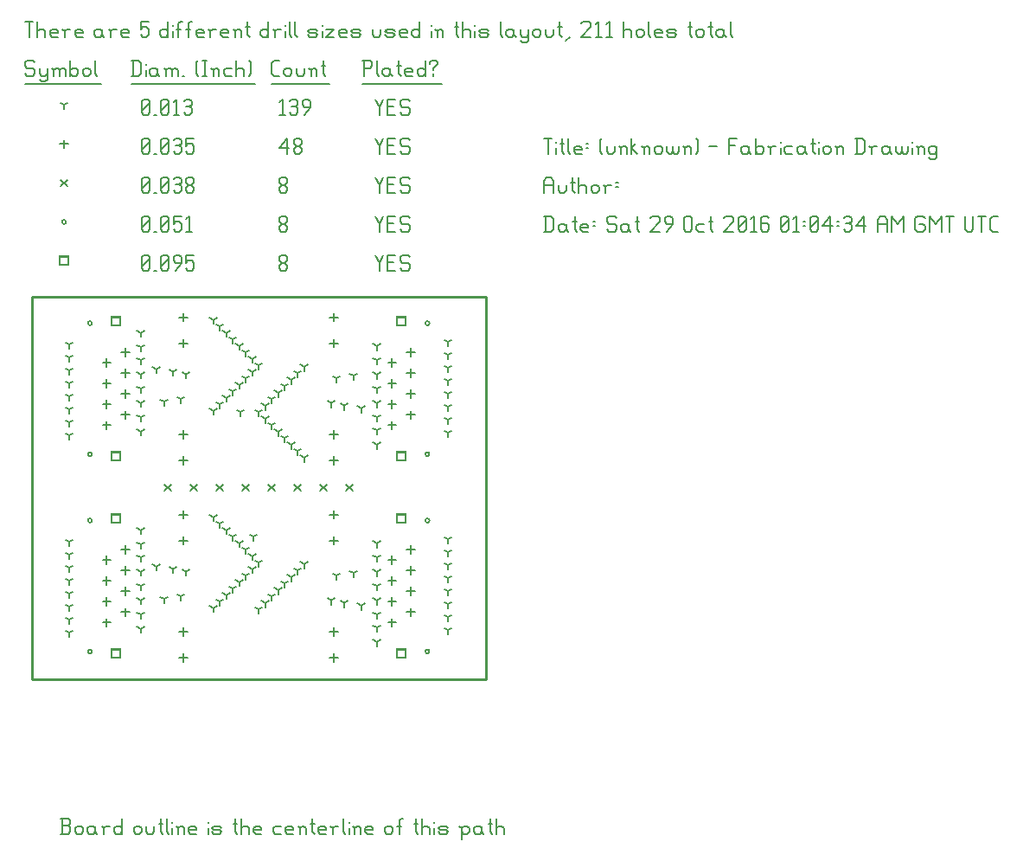
<source format=gbr>
G04 start of page 12 for group -3984 idx -3984 *
G04 Title: (unknown), fab *
G04 Creator: pcb 1.99z *
G04 CreationDate: Sat 29 Oct 2016 01:04:34 AM GMT UTC *
G04 For: commonadmin *
G04 Format: Gerber/RS-274X *
G04 PCB-Dimensions (mil): 2000.00 2000.00 *
G04 PCB-Coordinate-Origin: lower left *
%MOIN*%
%FSLAX25Y25*%
%LNFAB*%
%ADD73C,0.0100*%
%ADD72C,0.0075*%
%ADD71C,0.0060*%
%ADD70R,0.0080X0.0080*%
G54D70*X33400Y113569D02*X36600D01*
X33400D02*Y110369D01*
X36600D01*
Y113569D02*Y110369D01*
X33400Y61600D02*X36600D01*
X33400D02*Y58400D01*
X36600D01*
Y61600D02*Y58400D01*
X143400Y61600D02*X146600D01*
X143400D02*Y58400D01*
X146600D01*
Y61600D02*Y58400D01*
X143400Y113569D02*X146600D01*
X143400D02*Y110369D01*
X146600D01*
Y113569D02*Y110369D01*
X33400Y189569D02*X36600D01*
X33400D02*Y186369D01*
X36600D01*
Y189569D02*Y186369D01*
X33400Y137600D02*X36600D01*
X33400D02*Y134400D01*
X36600D01*
Y137600D02*Y134400D01*
X143400Y137600D02*X146600D01*
X143400D02*Y134400D01*
X146600D01*
Y137600D02*Y134400D01*
X143400Y189569D02*X146600D01*
X143400D02*Y186369D01*
X146600D01*
Y189569D02*Y186369D01*
X13400Y212850D02*X16600D01*
X13400D02*Y209650D01*
X16600D01*
Y212850D02*Y209650D01*
G54D71*X135000Y213500D02*X136500Y210500D01*
X138000Y213500D01*
X136500Y210500D02*Y207500D01*
X139800Y210800D02*X142050D01*
X139800Y207500D02*X142800D01*
X139800Y213500D02*Y207500D01*
Y213500D02*X142800D01*
X147600D02*X148350Y212750D01*
X145350Y213500D02*X147600D01*
X144600Y212750D02*X145350Y213500D01*
X144600Y212750D02*Y211250D01*
X145350Y210500D01*
X147600D01*
X148350Y209750D01*
Y208250D01*
X147600Y207500D02*X148350Y208250D01*
X145350Y207500D02*X147600D01*
X144600Y208250D02*X145350Y207500D01*
X98000Y208250D02*X98750Y207500D01*
X98000Y209450D02*Y208250D01*
Y209450D02*X99050Y210500D01*
X99950D01*
X101000Y209450D01*
Y208250D01*
X100250Y207500D02*X101000Y208250D01*
X98750Y207500D02*X100250D01*
X98000Y211550D02*X99050Y210500D01*
X98000Y212750D02*Y211550D01*
Y212750D02*X98750Y213500D01*
X100250D01*
X101000Y212750D01*
Y211550D01*
X99950Y210500D02*X101000Y211550D01*
X45000Y208250D02*X45750Y207500D01*
X45000Y212750D02*Y208250D01*
Y212750D02*X45750Y213500D01*
X47250D01*
X48000Y212750D01*
Y208250D01*
X47250Y207500D02*X48000Y208250D01*
X45750Y207500D02*X47250D01*
X45000Y209000D02*X48000Y212000D01*
X49800Y207500D02*X50550D01*
X52350Y208250D02*X53100Y207500D01*
X52350Y212750D02*Y208250D01*
Y212750D02*X53100Y213500D01*
X54600D01*
X55350Y212750D01*
Y208250D01*
X54600Y207500D02*X55350Y208250D01*
X53100Y207500D02*X54600D01*
X52350Y209000D02*X55350Y212000D01*
X57900Y207500D02*X60150Y210500D01*
Y212750D02*Y210500D01*
X59400Y213500D02*X60150Y212750D01*
X57900Y213500D02*X59400D01*
X57150Y212750D02*X57900Y213500D01*
X57150Y212750D02*Y211250D01*
X57900Y210500D01*
X60150D01*
X61950Y213500D02*X64950D01*
X61950D02*Y210500D01*
X62700Y211250D01*
X64200D01*
X64950Y210500D01*
Y208250D01*
X64200Y207500D02*X64950Y208250D01*
X62700Y207500D02*X64200D01*
X61950Y208250D02*X62700Y207500D01*
X24161Y60787D02*G75*G03X25761Y60787I800J0D01*G01*
G75*G03X24161Y60787I-800J0D01*G01*
Y111181D02*G75*G03X25761Y111181I800J0D01*G01*
G75*G03X24161Y111181I-800J0D01*G01*
X154239D02*G75*G03X155839Y111181I800J0D01*G01*
G75*G03X154239Y111181I-800J0D01*G01*
Y60787D02*G75*G03X155839Y60787I800J0D01*G01*
G75*G03X154239Y60787I-800J0D01*G01*
X24161Y136787D02*G75*G03X25761Y136787I800J0D01*G01*
G75*G03X24161Y136787I-800J0D01*G01*
Y187181D02*G75*G03X25761Y187181I800J0D01*G01*
G75*G03X24161Y187181I-800J0D01*G01*
X154239D02*G75*G03X155839Y187181I800J0D01*G01*
G75*G03X154239Y187181I-800J0D01*G01*
Y136787D02*G75*G03X155839Y136787I800J0D01*G01*
G75*G03X154239Y136787I-800J0D01*G01*
X14200Y226250D02*G75*G03X15800Y226250I800J0D01*G01*
G75*G03X14200Y226250I-800J0D01*G01*
X135000Y228500D02*X136500Y225500D01*
X138000Y228500D01*
X136500Y225500D02*Y222500D01*
X139800Y225800D02*X142050D01*
X139800Y222500D02*X142800D01*
X139800Y228500D02*Y222500D01*
Y228500D02*X142800D01*
X147600D02*X148350Y227750D01*
X145350Y228500D02*X147600D01*
X144600Y227750D02*X145350Y228500D01*
X144600Y227750D02*Y226250D01*
X145350Y225500D01*
X147600D01*
X148350Y224750D01*
Y223250D01*
X147600Y222500D02*X148350Y223250D01*
X145350Y222500D02*X147600D01*
X144600Y223250D02*X145350Y222500D01*
X98000Y223250D02*X98750Y222500D01*
X98000Y224450D02*Y223250D01*
Y224450D02*X99050Y225500D01*
X99950D01*
X101000Y224450D01*
Y223250D01*
X100250Y222500D02*X101000Y223250D01*
X98750Y222500D02*X100250D01*
X98000Y226550D02*X99050Y225500D01*
X98000Y227750D02*Y226550D01*
Y227750D02*X98750Y228500D01*
X100250D01*
X101000Y227750D01*
Y226550D01*
X99950Y225500D02*X101000Y226550D01*
X45000Y223250D02*X45750Y222500D01*
X45000Y227750D02*Y223250D01*
Y227750D02*X45750Y228500D01*
X47250D01*
X48000Y227750D01*
Y223250D01*
X47250Y222500D02*X48000Y223250D01*
X45750Y222500D02*X47250D01*
X45000Y224000D02*X48000Y227000D01*
X49800Y222500D02*X50550D01*
X52350Y223250D02*X53100Y222500D01*
X52350Y227750D02*Y223250D01*
Y227750D02*X53100Y228500D01*
X54600D01*
X55350Y227750D01*
Y223250D01*
X54600Y222500D02*X55350Y223250D01*
X53100Y222500D02*X54600D01*
X52350Y224000D02*X55350Y227000D01*
X57150Y228500D02*X60150D01*
X57150D02*Y225500D01*
X57900Y226250D01*
X59400D01*
X60150Y225500D01*
Y223250D01*
X59400Y222500D02*X60150Y223250D01*
X57900Y222500D02*X59400D01*
X57150Y223250D02*X57900Y222500D01*
X61950Y227300D02*X63150Y228500D01*
Y222500D01*
X61950D02*X64200D01*
X53800Y125200D02*X56200Y122800D01*
X53800D02*X56200Y125200D01*
X63800D02*X66200Y122800D01*
X63800D02*X66200Y125200D01*
X73800D02*X76200Y122800D01*
X73800D02*X76200Y125200D01*
X83800D02*X86200Y122800D01*
X83800D02*X86200Y125200D01*
X93800D02*X96200Y122800D01*
X93800D02*X96200Y125200D01*
X103800D02*X106200Y122800D01*
X103800D02*X106200Y125200D01*
X113800D02*X116200Y122800D01*
X113800D02*X116200Y125200D01*
X123800D02*X126200Y122800D01*
X123800D02*X126200Y125200D01*
X13800Y242450D02*X16200Y240050D01*
X13800D02*X16200Y242450D01*
X135000Y243500D02*X136500Y240500D01*
X138000Y243500D01*
X136500Y240500D02*Y237500D01*
X139800Y240800D02*X142050D01*
X139800Y237500D02*X142800D01*
X139800Y243500D02*Y237500D01*
Y243500D02*X142800D01*
X147600D02*X148350Y242750D01*
X145350Y243500D02*X147600D01*
X144600Y242750D02*X145350Y243500D01*
X144600Y242750D02*Y241250D01*
X145350Y240500D01*
X147600D01*
X148350Y239750D01*
Y238250D01*
X147600Y237500D02*X148350Y238250D01*
X145350Y237500D02*X147600D01*
X144600Y238250D02*X145350Y237500D01*
X98000Y238250D02*X98750Y237500D01*
X98000Y239450D02*Y238250D01*
Y239450D02*X99050Y240500D01*
X99950D01*
X101000Y239450D01*
Y238250D01*
X100250Y237500D02*X101000Y238250D01*
X98750Y237500D02*X100250D01*
X98000Y241550D02*X99050Y240500D01*
X98000Y242750D02*Y241550D01*
Y242750D02*X98750Y243500D01*
X100250D01*
X101000Y242750D01*
Y241550D01*
X99950Y240500D02*X101000Y241550D01*
X45000Y238250D02*X45750Y237500D01*
X45000Y242750D02*Y238250D01*
Y242750D02*X45750Y243500D01*
X47250D01*
X48000Y242750D01*
Y238250D01*
X47250Y237500D02*X48000Y238250D01*
X45750Y237500D02*X47250D01*
X45000Y239000D02*X48000Y242000D01*
X49800Y237500D02*X50550D01*
X52350Y238250D02*X53100Y237500D01*
X52350Y242750D02*Y238250D01*
Y242750D02*X53100Y243500D01*
X54600D01*
X55350Y242750D01*
Y238250D01*
X54600Y237500D02*X55350Y238250D01*
X53100Y237500D02*X54600D01*
X52350Y239000D02*X55350Y242000D01*
X57150Y242750D02*X57900Y243500D01*
X59400D01*
X60150Y242750D01*
X59400Y237500D02*X60150Y238250D01*
X57900Y237500D02*X59400D01*
X57150Y238250D02*X57900Y237500D01*
Y240800D02*X59400D01*
X60150Y242750D02*Y241550D01*
Y240050D02*Y238250D01*
Y240050D02*X59400Y240800D01*
X60150Y241550D02*X59400Y240800D01*
X61950Y238250D02*X62700Y237500D01*
X61950Y239450D02*Y238250D01*
Y239450D02*X63000Y240500D01*
X63900D01*
X64950Y239450D01*
Y238250D01*
X64200Y237500D02*X64950Y238250D01*
X62700Y237500D02*X64200D01*
X61950Y241550D02*X63000Y240500D01*
X61950Y242750D02*Y241550D01*
Y242750D02*X62700Y243500D01*
X64200D01*
X64950Y242750D01*
Y241550D01*
X63900Y240500D02*X64950Y241550D01*
X60984Y105104D02*Y101904D01*
X59384Y103504D02*X62584D01*
X60984Y70065D02*Y66865D01*
X59384Y68465D02*X62584D01*
X60984Y115143D02*Y111943D01*
X59384Y113543D02*X62584D01*
X60984Y60025D02*Y56825D01*
X59384Y58425D02*X62584D01*
X38543Y101639D02*Y98439D01*
X36943Y100039D02*X40143D01*
X38543Y93608D02*Y90408D01*
X36943Y92008D02*X40143D01*
X38543Y77545D02*Y74345D01*
X36943Y75945D02*X40143D01*
X38543Y85576D02*Y82376D01*
X36943Y83976D02*X40143D01*
X31457Y73529D02*Y70329D01*
X29857Y71929D02*X33057D01*
X31457Y81561D02*Y78361D01*
X29857Y79961D02*X33057D01*
X31457Y97624D02*Y94424D01*
X29857Y96024D02*X33057D01*
X31457Y89592D02*Y86392D01*
X29857Y87992D02*X33057D01*
X119016Y70065D02*Y66865D01*
X117416Y68465D02*X120616D01*
X119016Y105104D02*Y101904D01*
X117416Y103504D02*X120616D01*
X119016Y60025D02*Y56825D01*
X117416Y58425D02*X120616D01*
X119016Y115143D02*Y111943D01*
X117416Y113543D02*X120616D01*
X141457Y73529D02*Y70329D01*
X139857Y71929D02*X143057D01*
X141457Y81561D02*Y78361D01*
X139857Y79961D02*X143057D01*
X141457Y97624D02*Y94424D01*
X139857Y96024D02*X143057D01*
X141457Y89592D02*Y86392D01*
X139857Y87992D02*X143057D01*
X148543Y101639D02*Y98439D01*
X146943Y100039D02*X150143D01*
X148543Y93608D02*Y90408D01*
X146943Y92008D02*X150143D01*
X148543Y77545D02*Y74345D01*
X146943Y75945D02*X150143D01*
X148543Y85576D02*Y82376D01*
X146943Y83976D02*X150143D01*
X60984Y181104D02*Y177904D01*
X59384Y179504D02*X62584D01*
X60984Y146065D02*Y142865D01*
X59384Y144465D02*X62584D01*
X60984Y191143D02*Y187943D01*
X59384Y189543D02*X62584D01*
X60984Y136025D02*Y132825D01*
X59384Y134425D02*X62584D01*
X38543Y177639D02*Y174439D01*
X36943Y176039D02*X40143D01*
X38543Y169608D02*Y166408D01*
X36943Y168008D02*X40143D01*
X38543Y153545D02*Y150345D01*
X36943Y151945D02*X40143D01*
X38543Y161576D02*Y158376D01*
X36943Y159976D02*X40143D01*
X31457Y149529D02*Y146329D01*
X29857Y147929D02*X33057D01*
X31457Y157561D02*Y154361D01*
X29857Y155961D02*X33057D01*
X31457Y173624D02*Y170424D01*
X29857Y172024D02*X33057D01*
X31457Y165592D02*Y162392D01*
X29857Y163992D02*X33057D01*
X119016Y146065D02*Y142865D01*
X117416Y144465D02*X120616D01*
X119016Y181104D02*Y177904D01*
X117416Y179504D02*X120616D01*
X119016Y136025D02*Y132825D01*
X117416Y134425D02*X120616D01*
X119016Y191143D02*Y187943D01*
X117416Y189543D02*X120616D01*
X141457Y149529D02*Y146329D01*
X139857Y147929D02*X143057D01*
X141457Y157561D02*Y154361D01*
X139857Y155961D02*X143057D01*
X141457Y173624D02*Y170424D01*
X139857Y172024D02*X143057D01*
X141457Y165592D02*Y162392D01*
X139857Y163992D02*X143057D01*
X148543Y177639D02*Y174439D01*
X146943Y176039D02*X150143D01*
X148543Y169608D02*Y166408D01*
X146943Y168008D02*X150143D01*
X148543Y153545D02*Y150345D01*
X146943Y151945D02*X150143D01*
X148543Y161576D02*Y158376D01*
X146943Y159976D02*X150143D01*
X15000Y257850D02*Y254650D01*
X13400Y256250D02*X16600D01*
X135000Y258500D02*X136500Y255500D01*
X138000Y258500D01*
X136500Y255500D02*Y252500D01*
X139800Y255800D02*X142050D01*
X139800Y252500D02*X142800D01*
X139800Y258500D02*Y252500D01*
Y258500D02*X142800D01*
X147600D02*X148350Y257750D01*
X145350Y258500D02*X147600D01*
X144600Y257750D02*X145350Y258500D01*
X144600Y257750D02*Y256250D01*
X145350Y255500D01*
X147600D01*
X148350Y254750D01*
Y253250D01*
X147600Y252500D02*X148350Y253250D01*
X145350Y252500D02*X147600D01*
X144600Y253250D02*X145350Y252500D01*
X98000Y254750D02*X101000Y258500D01*
X98000Y254750D02*X101750D01*
X101000Y258500D02*Y252500D01*
X103550Y253250D02*X104300Y252500D01*
X103550Y254450D02*Y253250D01*
Y254450D02*X104600Y255500D01*
X105500D01*
X106550Y254450D01*
Y253250D01*
X105800Y252500D02*X106550Y253250D01*
X104300Y252500D02*X105800D01*
X103550Y256550D02*X104600Y255500D01*
X103550Y257750D02*Y256550D01*
Y257750D02*X104300Y258500D01*
X105800D01*
X106550Y257750D01*
Y256550D01*
X105500Y255500D02*X106550Y256550D01*
X45000Y253250D02*X45750Y252500D01*
X45000Y257750D02*Y253250D01*
Y257750D02*X45750Y258500D01*
X47250D01*
X48000Y257750D01*
Y253250D01*
X47250Y252500D02*X48000Y253250D01*
X45750Y252500D02*X47250D01*
X45000Y254000D02*X48000Y257000D01*
X49800Y252500D02*X50550D01*
X52350Y253250D02*X53100Y252500D01*
X52350Y257750D02*Y253250D01*
Y257750D02*X53100Y258500D01*
X54600D01*
X55350Y257750D01*
Y253250D01*
X54600Y252500D02*X55350Y253250D01*
X53100Y252500D02*X54600D01*
X52350Y254000D02*X55350Y257000D01*
X57150Y257750D02*X57900Y258500D01*
X59400D01*
X60150Y257750D01*
X59400Y252500D02*X60150Y253250D01*
X57900Y252500D02*X59400D01*
X57150Y253250D02*X57900Y252500D01*
Y255800D02*X59400D01*
X60150Y257750D02*Y256550D01*
Y255050D02*Y253250D01*
Y255050D02*X59400Y255800D01*
X60150Y256550D02*X59400Y255800D01*
X61950Y258500D02*X64950D01*
X61950D02*Y255500D01*
X62700Y256250D01*
X64200D01*
X64950Y255500D01*
Y253250D01*
X64200Y252500D02*X64950Y253250D01*
X62700Y252500D02*X64200D01*
X61950Y253250D02*X62700Y252500D01*
X50500Y93500D02*Y91900D01*
Y93500D02*X51887Y94300D01*
X50500Y93500D02*X49113Y94300D01*
X44500Y69500D02*Y67900D01*
Y69500D02*X45887Y70300D01*
X44500Y69500D02*X43113Y70300D01*
X44500Y75000D02*Y73400D01*
Y75000D02*X45887Y75800D01*
X44500Y75000D02*X43113Y75800D01*
X44500Y80500D02*Y78900D01*
Y80500D02*X45887Y81300D01*
X44500Y80500D02*X43113Y81300D01*
X44500Y86000D02*Y84400D01*
Y86000D02*X45887Y86800D01*
X44500Y86000D02*X43113Y86800D01*
X44500Y91500D02*Y89900D01*
Y91500D02*X45887Y92300D01*
X44500Y91500D02*X43113Y92300D01*
X44500Y97000D02*Y95400D01*
Y97000D02*X45887Y97800D01*
X44500Y97000D02*X43113Y97800D01*
X44500Y102000D02*Y100400D01*
Y102000D02*X45887Y102800D01*
X44500Y102000D02*X43113Y102800D01*
X44500Y107500D02*Y105900D01*
Y107500D02*X45887Y108300D01*
X44500Y107500D02*X43113Y108300D01*
X57000Y92500D02*Y90900D01*
Y92500D02*X58387Y93300D01*
X57000Y92500D02*X55613Y93300D01*
X53500Y81000D02*Y79400D01*
Y81000D02*X54887Y81800D01*
X53500Y81000D02*X52113Y81800D01*
X60000Y82000D02*Y80400D01*
Y82000D02*X61387Y82800D01*
X60000Y82000D02*X58613Y82800D01*
X90000Y95000D02*Y93400D01*
Y95000D02*X91387Y95800D01*
X90000Y95000D02*X88613Y95800D01*
X87500Y92500D02*Y90900D01*
Y92500D02*X88887Y93300D01*
X87500Y92500D02*X86113Y93300D01*
X85000Y90000D02*Y88400D01*
Y90000D02*X86387Y90800D01*
X85000Y90000D02*X83613Y90800D01*
X82500Y87500D02*Y85900D01*
Y87500D02*X83887Y88300D01*
X82500Y87500D02*X81113Y88300D01*
X80000Y85000D02*Y83400D01*
Y85000D02*X81387Y85800D01*
X80000Y85000D02*X78613Y85800D01*
X77500Y82500D02*Y80900D01*
Y82500D02*X78887Y83300D01*
X77500Y82500D02*X76113Y83300D01*
X75000Y80000D02*Y78400D01*
Y80000D02*X76387Y80800D01*
X75000Y80000D02*X73613Y80800D01*
X62000Y91500D02*Y89900D01*
Y91500D02*X63387Y92300D01*
X62000Y91500D02*X60613Y92300D01*
X72500Y77500D02*Y75900D01*
Y77500D02*X73887Y78300D01*
X72500Y77500D02*X71113Y78300D01*
X87500Y97500D02*Y95900D01*
Y97500D02*X88887Y98300D01*
X87500Y97500D02*X86113Y98300D01*
X85000Y100000D02*Y98400D01*
Y100000D02*X86387Y100800D01*
X85000Y100000D02*X83613Y100800D01*
X82500Y102500D02*Y100900D01*
Y102500D02*X83887Y103300D01*
X82500Y102500D02*X81113Y103300D01*
X80000Y105000D02*Y103400D01*
Y105000D02*X81387Y105800D01*
X80000Y105000D02*X78613Y105800D01*
X77500Y107500D02*Y105900D01*
Y107500D02*X78887Y108300D01*
X77500Y107500D02*X76113Y108300D01*
X75000Y110000D02*Y108400D01*
Y110000D02*X76387Y110800D01*
X75000Y110000D02*X73613Y110800D01*
X72500Y112500D02*Y110900D01*
Y112500D02*X73887Y113300D01*
X72500Y112500D02*X71113Y113300D01*
X17000Y68000D02*Y66400D01*
Y68000D02*X18387Y68800D01*
X17000Y68000D02*X15613Y68800D01*
X17000Y73000D02*Y71400D01*
Y73000D02*X18387Y73800D01*
X17000Y73000D02*X15613Y73800D01*
X17000Y78000D02*Y76400D01*
Y78000D02*X18387Y78800D01*
X17000Y78000D02*X15613Y78800D01*
X17000Y83000D02*Y81400D01*
Y83000D02*X18387Y83800D01*
X17000Y83000D02*X15613Y83800D01*
X17000Y88000D02*Y86400D01*
Y88000D02*X18387Y88800D01*
X17000Y88000D02*X15613Y88800D01*
X17000Y93000D02*Y91400D01*
Y93000D02*X18387Y93800D01*
X17000Y93000D02*X15613Y93800D01*
X17000Y98000D02*Y96400D01*
Y98000D02*X18387Y98800D01*
X17000Y98000D02*X15613Y98800D01*
X17000Y103000D02*Y101400D01*
Y103000D02*X18387Y103800D01*
X17000Y103000D02*X15613Y103800D01*
X129500Y78469D02*Y76869D01*
Y78469D02*X130887Y79269D01*
X129500Y78469D02*X128113Y79269D01*
X135500Y102469D02*Y100869D01*
Y102469D02*X136887Y103269D01*
X135500Y102469D02*X134113Y103269D01*
X135500Y96969D02*Y95369D01*
Y96969D02*X136887Y97769D01*
X135500Y96969D02*X134113Y97769D01*
X135500Y91469D02*Y89869D01*
Y91469D02*X136887Y92269D01*
X135500Y91469D02*X134113Y92269D01*
X135500Y85969D02*Y84369D01*
Y85969D02*X136887Y86769D01*
X135500Y85969D02*X134113Y86769D01*
X135500Y80469D02*Y78869D01*
Y80469D02*X136887Y81269D01*
X135500Y80469D02*X134113Y81269D01*
X135500Y74969D02*Y73369D01*
Y74969D02*X136887Y75769D01*
X135500Y74969D02*X134113Y75769D01*
X135500Y69969D02*Y68369D01*
Y69969D02*X136887Y70769D01*
X135500Y69969D02*X134113Y70769D01*
X135500Y64469D02*Y62869D01*
Y64469D02*X136887Y65269D01*
X135500Y64469D02*X134113Y65269D01*
X123000Y79469D02*Y77869D01*
Y79469D02*X124387Y80269D01*
X123000Y79469D02*X121613Y80269D01*
X126500Y90969D02*Y89369D01*
Y90969D02*X127887Y91769D01*
X126500Y90969D02*X125113Y91769D01*
X120000Y89969D02*Y88369D01*
Y89969D02*X121387Y90769D01*
X120000Y89969D02*X118613Y90769D01*
X90000Y76969D02*Y75369D01*
Y76969D02*X91387Y77769D01*
X90000Y76969D02*X88613Y77769D01*
X92500Y79469D02*Y77869D01*
Y79469D02*X93887Y80269D01*
X92500Y79469D02*X91113Y80269D01*
X95000Y81969D02*Y80369D01*
Y81969D02*X96387Y82769D01*
X95000Y81969D02*X93613Y82769D01*
X97500Y84469D02*Y82869D01*
Y84469D02*X98887Y85269D01*
X97500Y84469D02*X96113Y85269D01*
X100000Y86969D02*Y85369D01*
Y86969D02*X101387Y87769D01*
X100000Y86969D02*X98613Y87769D01*
X102500Y89469D02*Y87869D01*
Y89469D02*X103887Y90269D01*
X102500Y89469D02*X101113Y90269D01*
X105000Y91969D02*Y90369D01*
Y91969D02*X106387Y92769D01*
X105000Y91969D02*X103613Y92769D01*
X118000Y80469D02*Y78869D01*
Y80469D02*X119387Y81269D01*
X118000Y80469D02*X116613Y81269D01*
X107500Y94469D02*Y92869D01*
Y94469D02*X108887Y95269D01*
X107500Y94469D02*X106113Y95269D01*
X163000Y103969D02*Y102369D01*
Y103969D02*X164387Y104769D01*
X163000Y103969D02*X161613Y104769D01*
X163000Y98969D02*Y97369D01*
Y98969D02*X164387Y99769D01*
X163000Y98969D02*X161613Y99769D01*
X163000Y93969D02*Y92369D01*
Y93969D02*X164387Y94769D01*
X163000Y93969D02*X161613Y94769D01*
X163000Y88969D02*Y87369D01*
Y88969D02*X164387Y89769D01*
X163000Y88969D02*X161613Y89769D01*
X163000Y83969D02*Y82369D01*
Y83969D02*X164387Y84769D01*
X163000Y83969D02*X161613Y84769D01*
X163000Y78969D02*Y77369D01*
Y78969D02*X164387Y79769D01*
X163000Y78969D02*X161613Y79769D01*
X163000Y73969D02*Y72369D01*
Y73969D02*X164387Y74769D01*
X163000Y73969D02*X161613Y74769D01*
X163000Y68969D02*Y67369D01*
Y68969D02*X164387Y69769D01*
X163000Y68969D02*X161613Y69769D01*
X50500Y169500D02*Y167900D01*
Y169500D02*X51887Y170300D01*
X50500Y169500D02*X49113Y170300D01*
X44500Y145500D02*Y143900D01*
Y145500D02*X45887Y146300D01*
X44500Y145500D02*X43113Y146300D01*
X44500Y151000D02*Y149400D01*
Y151000D02*X45887Y151800D01*
X44500Y151000D02*X43113Y151800D01*
X44500Y156500D02*Y154900D01*
Y156500D02*X45887Y157300D01*
X44500Y156500D02*X43113Y157300D01*
X44500Y162000D02*Y160400D01*
Y162000D02*X45887Y162800D01*
X44500Y162000D02*X43113Y162800D01*
X44500Y167500D02*Y165900D01*
Y167500D02*X45887Y168300D01*
X44500Y167500D02*X43113Y168300D01*
X44500Y173000D02*Y171400D01*
Y173000D02*X45887Y173800D01*
X44500Y173000D02*X43113Y173800D01*
X44500Y178000D02*Y176400D01*
Y178000D02*X45887Y178800D01*
X44500Y178000D02*X43113Y178800D01*
X44500Y183500D02*Y181900D01*
Y183500D02*X45887Y184300D01*
X44500Y183500D02*X43113Y184300D01*
X57000Y168500D02*Y166900D01*
Y168500D02*X58387Y169300D01*
X57000Y168500D02*X55613Y169300D01*
X53500Y157000D02*Y155400D01*
Y157000D02*X54887Y157800D01*
X53500Y157000D02*X52113Y157800D01*
X60000Y158000D02*Y156400D01*
Y158000D02*X61387Y158800D01*
X60000Y158000D02*X58613Y158800D01*
X90000Y171000D02*Y169400D01*
Y171000D02*X91387Y171800D01*
X90000Y171000D02*X88613Y171800D01*
X87500Y168500D02*Y166900D01*
Y168500D02*X88887Y169300D01*
X87500Y168500D02*X86113Y169300D01*
X85000Y166000D02*Y164400D01*
Y166000D02*X86387Y166800D01*
X85000Y166000D02*X83613Y166800D01*
X82500Y163500D02*Y161900D01*
Y163500D02*X83887Y164300D01*
X82500Y163500D02*X81113Y164300D01*
X80000Y161000D02*Y159400D01*
Y161000D02*X81387Y161800D01*
X80000Y161000D02*X78613Y161800D01*
X77500Y158500D02*Y156900D01*
Y158500D02*X78887Y159300D01*
X77500Y158500D02*X76113Y159300D01*
X75000Y156000D02*Y154400D01*
Y156000D02*X76387Y156800D01*
X75000Y156000D02*X73613Y156800D01*
X62000Y167500D02*Y165900D01*
Y167500D02*X63387Y168300D01*
X62000Y167500D02*X60613Y168300D01*
X72500Y153500D02*Y151900D01*
Y153500D02*X73887Y154300D01*
X72500Y153500D02*X71113Y154300D01*
X87500Y173500D02*Y171900D01*
Y173500D02*X88887Y174300D01*
X87500Y173500D02*X86113Y174300D01*
X85000Y176000D02*Y174400D01*
Y176000D02*X86387Y176800D01*
X85000Y176000D02*X83613Y176800D01*
X82500Y178500D02*Y176900D01*
Y178500D02*X83887Y179300D01*
X82500Y178500D02*X81113Y179300D01*
X80000Y181000D02*Y179400D01*
Y181000D02*X81387Y181800D01*
X80000Y181000D02*X78613Y181800D01*
X77500Y183500D02*Y181900D01*
Y183500D02*X78887Y184300D01*
X77500Y183500D02*X76113Y184300D01*
X75000Y186000D02*Y184400D01*
Y186000D02*X76387Y186800D01*
X75000Y186000D02*X73613Y186800D01*
X72500Y188500D02*Y186900D01*
Y188500D02*X73887Y189300D01*
X72500Y188500D02*X71113Y189300D01*
X17000Y144000D02*Y142400D01*
Y144000D02*X18387Y144800D01*
X17000Y144000D02*X15613Y144800D01*
X17000Y149000D02*Y147400D01*
Y149000D02*X18387Y149800D01*
X17000Y149000D02*X15613Y149800D01*
X17000Y154000D02*Y152400D01*
Y154000D02*X18387Y154800D01*
X17000Y154000D02*X15613Y154800D01*
X17000Y159000D02*Y157400D01*
Y159000D02*X18387Y159800D01*
X17000Y159000D02*X15613Y159800D01*
X17000Y164000D02*Y162400D01*
Y164000D02*X18387Y164800D01*
X17000Y164000D02*X15613Y164800D01*
X17000Y169000D02*Y167400D01*
Y169000D02*X18387Y169800D01*
X17000Y169000D02*X15613Y169800D01*
X17000Y174000D02*Y172400D01*
Y174000D02*X18387Y174800D01*
X17000Y174000D02*X15613Y174800D01*
X17000Y179000D02*Y177400D01*
Y179000D02*X18387Y179800D01*
X17000Y179000D02*X15613Y179800D01*
X129500Y154469D02*Y152869D01*
Y154469D02*X130887Y155269D01*
X129500Y154469D02*X128113Y155269D01*
X135500Y178469D02*Y176869D01*
Y178469D02*X136887Y179269D01*
X135500Y178469D02*X134113Y179269D01*
X135500Y172969D02*Y171369D01*
Y172969D02*X136887Y173769D01*
X135500Y172969D02*X134113Y173769D01*
X135500Y167469D02*Y165869D01*
Y167469D02*X136887Y168269D01*
X135500Y167469D02*X134113Y168269D01*
X135500Y161969D02*Y160369D01*
Y161969D02*X136887Y162769D01*
X135500Y161969D02*X134113Y162769D01*
X135500Y156469D02*Y154869D01*
Y156469D02*X136887Y157269D01*
X135500Y156469D02*X134113Y157269D01*
X135500Y150969D02*Y149369D01*
Y150969D02*X136887Y151769D01*
X135500Y150969D02*X134113Y151769D01*
X135500Y145969D02*Y144369D01*
Y145969D02*X136887Y146769D01*
X135500Y145969D02*X134113Y146769D01*
X135500Y140469D02*Y138869D01*
Y140469D02*X136887Y141269D01*
X135500Y140469D02*X134113Y141269D01*
X123000Y155469D02*Y153869D01*
Y155469D02*X124387Y156269D01*
X123000Y155469D02*X121613Y156269D01*
X126500Y166969D02*Y165369D01*
Y166969D02*X127887Y167769D01*
X126500Y166969D02*X125113Y167769D01*
X120000Y165969D02*Y164369D01*
Y165969D02*X121387Y166769D01*
X120000Y165969D02*X118613Y166769D01*
X90000Y152969D02*Y151369D01*
Y152969D02*X91387Y153769D01*
X90000Y152969D02*X88613Y153769D01*
X92500Y155469D02*Y153869D01*
Y155469D02*X93887Y156269D01*
X92500Y155469D02*X91113Y156269D01*
X95000Y157969D02*Y156369D01*
Y157969D02*X96387Y158769D01*
X95000Y157969D02*X93613Y158769D01*
X97500Y160469D02*Y158869D01*
Y160469D02*X98887Y161269D01*
X97500Y160469D02*X96113Y161269D01*
X100000Y162969D02*Y161369D01*
Y162969D02*X101387Y163769D01*
X100000Y162969D02*X98613Y163769D01*
X102500Y165469D02*Y163869D01*
Y165469D02*X103887Y166269D01*
X102500Y165469D02*X101113Y166269D01*
X105000Y167969D02*Y166369D01*
Y167969D02*X106387Y168769D01*
X105000Y167969D02*X103613Y168769D01*
X118000Y156469D02*Y154869D01*
Y156469D02*X119387Y157269D01*
X118000Y156469D02*X116613Y157269D01*
X107500Y170469D02*Y168869D01*
Y170469D02*X108887Y171269D01*
X107500Y170469D02*X106113Y171269D01*
X92500Y150469D02*Y148869D01*
Y150469D02*X93887Y151269D01*
X92500Y150469D02*X91113Y151269D01*
X95000Y147969D02*Y146369D01*
Y147969D02*X96387Y148769D01*
X95000Y147969D02*X93613Y148769D01*
X97500Y145469D02*Y143869D01*
Y145469D02*X98887Y146269D01*
X97500Y145469D02*X96113Y146269D01*
X100000Y142969D02*Y141369D01*
Y142969D02*X101387Y143769D01*
X100000Y142969D02*X98613Y143769D01*
X102500Y140469D02*Y138869D01*
Y140469D02*X103887Y141269D01*
X102500Y140469D02*X101113Y141269D01*
X105000Y137969D02*Y136369D01*
Y137969D02*X106387Y138769D01*
X105000Y137969D02*X103613Y138769D01*
X107500Y135469D02*Y133869D01*
Y135469D02*X108887Y136269D01*
X107500Y135469D02*X106113Y136269D01*
X163000Y179969D02*Y178369D01*
Y179969D02*X164387Y180769D01*
X163000Y179969D02*X161613Y180769D01*
X163000Y174969D02*Y173369D01*
Y174969D02*X164387Y175769D01*
X163000Y174969D02*X161613Y175769D01*
X163000Y169969D02*Y168369D01*
Y169969D02*X164387Y170769D01*
X163000Y169969D02*X161613Y170769D01*
X163000Y164969D02*Y163369D01*
Y164969D02*X164387Y165769D01*
X163000Y164969D02*X161613Y165769D01*
X163000Y159969D02*Y158369D01*
Y159969D02*X164387Y160769D01*
X163000Y159969D02*X161613Y160769D01*
X163000Y154969D02*Y153369D01*
Y154969D02*X164387Y155769D01*
X163000Y154969D02*X161613Y155769D01*
X163000Y149969D02*Y148369D01*
Y149969D02*X164387Y150769D01*
X163000Y149969D02*X161613Y150769D01*
X163000Y144969D02*Y143369D01*
Y144969D02*X164387Y145769D01*
X163000Y144969D02*X161613Y145769D01*
X88000Y105000D02*Y103400D01*
Y105000D02*X89387Y105800D01*
X88000Y105000D02*X86613Y105800D01*
X83000Y153000D02*Y151400D01*
Y153000D02*X84387Y153800D01*
X83000Y153000D02*X81613Y153800D01*
X15000Y271250D02*Y269650D01*
Y271250D02*X16387Y272050D01*
X15000Y271250D02*X13613Y272050D01*
X135000Y273500D02*X136500Y270500D01*
X138000Y273500D01*
X136500Y270500D02*Y267500D01*
X139800Y270800D02*X142050D01*
X139800Y267500D02*X142800D01*
X139800Y273500D02*Y267500D01*
Y273500D02*X142800D01*
X147600D02*X148350Y272750D01*
X145350Y273500D02*X147600D01*
X144600Y272750D02*X145350Y273500D01*
X144600Y272750D02*Y271250D01*
X145350Y270500D01*
X147600D01*
X148350Y269750D01*
Y268250D01*
X147600Y267500D02*X148350Y268250D01*
X145350Y267500D02*X147600D01*
X144600Y268250D02*X145350Y267500D01*
X98000Y272300D02*X99200Y273500D01*
Y267500D01*
X98000D02*X100250D01*
X102050Y272750D02*X102800Y273500D01*
X104300D01*
X105050Y272750D01*
X104300Y267500D02*X105050Y268250D01*
X102800Y267500D02*X104300D01*
X102050Y268250D02*X102800Y267500D01*
Y270800D02*X104300D01*
X105050Y272750D02*Y271550D01*
Y270050D02*Y268250D01*
Y270050D02*X104300Y270800D01*
X105050Y271550D02*X104300Y270800D01*
X107600Y267500D02*X109850Y270500D01*
Y272750D02*Y270500D01*
X109100Y273500D02*X109850Y272750D01*
X107600Y273500D02*X109100D01*
X106850Y272750D02*X107600Y273500D01*
X106850Y272750D02*Y271250D01*
X107600Y270500D01*
X109850D01*
X45000Y268250D02*X45750Y267500D01*
X45000Y272750D02*Y268250D01*
Y272750D02*X45750Y273500D01*
X47250D01*
X48000Y272750D01*
Y268250D01*
X47250Y267500D02*X48000Y268250D01*
X45750Y267500D02*X47250D01*
X45000Y269000D02*X48000Y272000D01*
X49800Y267500D02*X50550D01*
X52350Y268250D02*X53100Y267500D01*
X52350Y272750D02*Y268250D01*
Y272750D02*X53100Y273500D01*
X54600D01*
X55350Y272750D01*
Y268250D01*
X54600Y267500D02*X55350Y268250D01*
X53100Y267500D02*X54600D01*
X52350Y269000D02*X55350Y272000D01*
X57150Y272300D02*X58350Y273500D01*
Y267500D01*
X57150D02*X59400D01*
X61200Y272750D02*X61950Y273500D01*
X63450D01*
X64200Y272750D01*
X63450Y267500D02*X64200Y268250D01*
X61950Y267500D02*X63450D01*
X61200Y268250D02*X61950Y267500D01*
Y270800D02*X63450D01*
X64200Y272750D02*Y271550D01*
Y270050D02*Y268250D01*
Y270050D02*X63450Y270800D01*
X64200Y271550D02*X63450Y270800D01*
X3000Y288500D02*X3750Y287750D01*
X750Y288500D02*X3000D01*
X0Y287750D02*X750Y288500D01*
X0Y287750D02*Y286250D01*
X750Y285500D01*
X3000D01*
X3750Y284750D01*
Y283250D01*
X3000Y282500D02*X3750Y283250D01*
X750Y282500D02*X3000D01*
X0Y283250D02*X750Y282500D01*
X5550Y285500D02*Y283250D01*
X6300Y282500D01*
X8550Y285500D02*Y281000D01*
X7800Y280250D02*X8550Y281000D01*
X6300Y280250D02*X7800D01*
X5550Y281000D02*X6300Y280250D01*
Y282500D02*X7800D01*
X8550Y283250D01*
X11100Y284750D02*Y282500D01*
Y284750D02*X11850Y285500D01*
X12600D01*
X13350Y284750D01*
Y282500D01*
Y284750D02*X14100Y285500D01*
X14850D01*
X15600Y284750D01*
Y282500D01*
X10350Y285500D02*X11100Y284750D01*
X17400Y288500D02*Y282500D01*
Y283250D02*X18150Y282500D01*
X19650D01*
X20400Y283250D01*
Y284750D02*Y283250D01*
X19650Y285500D02*X20400Y284750D01*
X18150Y285500D02*X19650D01*
X17400Y284750D02*X18150Y285500D01*
X22200Y284750D02*Y283250D01*
Y284750D02*X22950Y285500D01*
X24450D01*
X25200Y284750D01*
Y283250D01*
X24450Y282500D02*X25200Y283250D01*
X22950Y282500D02*X24450D01*
X22200Y283250D02*X22950Y282500D01*
X27000Y288500D02*Y283250D01*
X27750Y282500D01*
X0Y279250D02*X29250D01*
X41750Y288500D02*Y282500D01*
X43700Y288500D02*X44750Y287450D01*
Y283550D01*
X43700Y282500D02*X44750Y283550D01*
X41000Y282500D02*X43700D01*
X41000Y288500D02*X43700D01*
G54D72*X46550Y287000D02*Y286850D01*
G54D71*Y284750D02*Y282500D01*
X50300Y285500D02*X51050Y284750D01*
X48800Y285500D02*X50300D01*
X48050Y284750D02*X48800Y285500D01*
X48050Y284750D02*Y283250D01*
X48800Y282500D01*
X51050Y285500D02*Y283250D01*
X51800Y282500D01*
X48800D02*X50300D01*
X51050Y283250D01*
X54350Y284750D02*Y282500D01*
Y284750D02*X55100Y285500D01*
X55850D01*
X56600Y284750D01*
Y282500D01*
Y284750D02*X57350Y285500D01*
X58100D01*
X58850Y284750D01*
Y282500D01*
X53600Y285500D02*X54350Y284750D01*
X60650Y282500D02*X61400D01*
X65900Y283250D02*X66650Y282500D01*
X65900Y287750D02*X66650Y288500D01*
X65900Y287750D02*Y283250D01*
X68450Y288500D02*X69950D01*
X69200D02*Y282500D01*
X68450D02*X69950D01*
X72500Y284750D02*Y282500D01*
Y284750D02*X73250Y285500D01*
X74000D01*
X74750Y284750D01*
Y282500D01*
X71750Y285500D02*X72500Y284750D01*
X77300Y285500D02*X79550D01*
X76550Y284750D02*X77300Y285500D01*
X76550Y284750D02*Y283250D01*
X77300Y282500D01*
X79550D01*
X81350Y288500D02*Y282500D01*
Y284750D02*X82100Y285500D01*
X83600D01*
X84350Y284750D01*
Y282500D01*
X86150Y288500D02*X86900Y287750D01*
Y283250D01*
X86150Y282500D02*X86900Y283250D01*
X41000Y279250D02*X88700D01*
X96050Y282500D02*X98000D01*
X95000Y283550D02*X96050Y282500D01*
X95000Y287450D02*Y283550D01*
Y287450D02*X96050Y288500D01*
X98000D01*
X99800Y284750D02*Y283250D01*
Y284750D02*X100550Y285500D01*
X102050D01*
X102800Y284750D01*
Y283250D01*
X102050Y282500D02*X102800Y283250D01*
X100550Y282500D02*X102050D01*
X99800Y283250D02*X100550Y282500D01*
X104600Y285500D02*Y283250D01*
X105350Y282500D01*
X106850D01*
X107600Y283250D01*
Y285500D02*Y283250D01*
X110150Y284750D02*Y282500D01*
Y284750D02*X110900Y285500D01*
X111650D01*
X112400Y284750D01*
Y282500D01*
X109400Y285500D02*X110150Y284750D01*
X114950Y288500D02*Y283250D01*
X115700Y282500D01*
X114200Y286250D02*X115700D01*
X95000Y279250D02*X117200D01*
X130750Y288500D02*Y282500D01*
X130000Y288500D02*X133000D01*
X133750Y287750D01*
Y286250D01*
X133000Y285500D02*X133750Y286250D01*
X130750Y285500D02*X133000D01*
X135550Y288500D02*Y283250D01*
X136300Y282500D01*
X140050Y285500D02*X140800Y284750D01*
X138550Y285500D02*X140050D01*
X137800Y284750D02*X138550Y285500D01*
X137800Y284750D02*Y283250D01*
X138550Y282500D01*
X140800Y285500D02*Y283250D01*
X141550Y282500D01*
X138550D02*X140050D01*
X140800Y283250D01*
X144100Y288500D02*Y283250D01*
X144850Y282500D01*
X143350Y286250D02*X144850D01*
X147100Y282500D02*X149350D01*
X146350Y283250D02*X147100Y282500D01*
X146350Y284750D02*Y283250D01*
Y284750D02*X147100Y285500D01*
X148600D01*
X149350Y284750D01*
X146350Y284000D02*X149350D01*
Y284750D02*Y284000D01*
X154150Y288500D02*Y282500D01*
X153400D02*X154150Y283250D01*
X151900Y282500D02*X153400D01*
X151150Y283250D02*X151900Y282500D01*
X151150Y284750D02*Y283250D01*
Y284750D02*X151900Y285500D01*
X153400D01*
X154150Y284750D01*
X157450Y285500D02*Y284750D01*
Y283250D02*Y282500D01*
X155950Y287750D02*Y287000D01*
Y287750D02*X156700Y288500D01*
X158200D01*
X158950Y287750D01*
Y287000D01*
X157450Y285500D02*X158950Y287000D01*
X130000Y279250D02*X160750D01*
X0Y303500D02*X3000D01*
X1500D02*Y297500D01*
X4800Y303500D02*Y297500D01*
Y299750D02*X5550Y300500D01*
X7050D01*
X7800Y299750D01*
Y297500D01*
X10350D02*X12600D01*
X9600Y298250D02*X10350Y297500D01*
X9600Y299750D02*Y298250D01*
Y299750D02*X10350Y300500D01*
X11850D01*
X12600Y299750D01*
X9600Y299000D02*X12600D01*
Y299750D02*Y299000D01*
X15150Y299750D02*Y297500D01*
Y299750D02*X15900Y300500D01*
X17400D01*
X14400D02*X15150Y299750D01*
X19950Y297500D02*X22200D01*
X19200Y298250D02*X19950Y297500D01*
X19200Y299750D02*Y298250D01*
Y299750D02*X19950Y300500D01*
X21450D01*
X22200Y299750D01*
X19200Y299000D02*X22200D01*
Y299750D02*Y299000D01*
X28950Y300500D02*X29700Y299750D01*
X27450Y300500D02*X28950D01*
X26700Y299750D02*X27450Y300500D01*
X26700Y299750D02*Y298250D01*
X27450Y297500D01*
X29700Y300500D02*Y298250D01*
X30450Y297500D01*
X27450D02*X28950D01*
X29700Y298250D01*
X33000Y299750D02*Y297500D01*
Y299750D02*X33750Y300500D01*
X35250D01*
X32250D02*X33000Y299750D01*
X37800Y297500D02*X40050D01*
X37050Y298250D02*X37800Y297500D01*
X37050Y299750D02*Y298250D01*
Y299750D02*X37800Y300500D01*
X39300D01*
X40050Y299750D01*
X37050Y299000D02*X40050D01*
Y299750D02*Y299000D01*
X44550Y303500D02*X47550D01*
X44550D02*Y300500D01*
X45300Y301250D01*
X46800D01*
X47550Y300500D01*
Y298250D01*
X46800Y297500D02*X47550Y298250D01*
X45300Y297500D02*X46800D01*
X44550Y298250D02*X45300Y297500D01*
X55050Y303500D02*Y297500D01*
X54300D02*X55050Y298250D01*
X52800Y297500D02*X54300D01*
X52050Y298250D02*X52800Y297500D01*
X52050Y299750D02*Y298250D01*
Y299750D02*X52800Y300500D01*
X54300D01*
X55050Y299750D01*
G54D72*X56850Y302000D02*Y301850D01*
G54D71*Y299750D02*Y297500D01*
X59100Y302750D02*Y297500D01*
Y302750D02*X59850Y303500D01*
X60600D01*
X58350Y300500D02*X59850D01*
X62850Y302750D02*Y297500D01*
Y302750D02*X63600Y303500D01*
X64350D01*
X62100Y300500D02*X63600D01*
X66600Y297500D02*X68850D01*
X65850Y298250D02*X66600Y297500D01*
X65850Y299750D02*Y298250D01*
Y299750D02*X66600Y300500D01*
X68100D01*
X68850Y299750D01*
X65850Y299000D02*X68850D01*
Y299750D02*Y299000D01*
X71400Y299750D02*Y297500D01*
Y299750D02*X72150Y300500D01*
X73650D01*
X70650D02*X71400Y299750D01*
X76200Y297500D02*X78450D01*
X75450Y298250D02*X76200Y297500D01*
X75450Y299750D02*Y298250D01*
Y299750D02*X76200Y300500D01*
X77700D01*
X78450Y299750D01*
X75450Y299000D02*X78450D01*
Y299750D02*Y299000D01*
X81000Y299750D02*Y297500D01*
Y299750D02*X81750Y300500D01*
X82500D01*
X83250Y299750D01*
Y297500D01*
X80250Y300500D02*X81000Y299750D01*
X85800Y303500D02*Y298250D01*
X86550Y297500D01*
X85050Y301250D02*X86550D01*
X93750Y303500D02*Y297500D01*
X93000D02*X93750Y298250D01*
X91500Y297500D02*X93000D01*
X90750Y298250D02*X91500Y297500D01*
X90750Y299750D02*Y298250D01*
Y299750D02*X91500Y300500D01*
X93000D01*
X93750Y299750D01*
X96300D02*Y297500D01*
Y299750D02*X97050Y300500D01*
X98550D01*
X95550D02*X96300Y299750D01*
G54D72*X100350Y302000D02*Y301850D01*
G54D71*Y299750D02*Y297500D01*
X101850Y303500D02*Y298250D01*
X102600Y297500D01*
X104100Y303500D02*Y298250D01*
X104850Y297500D01*
X109800D02*X112050D01*
X112800Y298250D01*
X112050Y299000D02*X112800Y298250D01*
X109800Y299000D02*X112050D01*
X109050Y299750D02*X109800Y299000D01*
X109050Y299750D02*X109800Y300500D01*
X112050D01*
X112800Y299750D01*
X109050Y298250D02*X109800Y297500D01*
G54D72*X114600Y302000D02*Y301850D01*
G54D71*Y299750D02*Y297500D01*
X116100Y300500D02*X119100D01*
X116100Y297500D02*X119100Y300500D01*
X116100Y297500D02*X119100D01*
X121650D02*X123900D01*
X120900Y298250D02*X121650Y297500D01*
X120900Y299750D02*Y298250D01*
Y299750D02*X121650Y300500D01*
X123150D01*
X123900Y299750D01*
X120900Y299000D02*X123900D01*
Y299750D02*Y299000D01*
X126450Y297500D02*X128700D01*
X129450Y298250D01*
X128700Y299000D02*X129450Y298250D01*
X126450Y299000D02*X128700D01*
X125700Y299750D02*X126450Y299000D01*
X125700Y299750D02*X126450Y300500D01*
X128700D01*
X129450Y299750D01*
X125700Y298250D02*X126450Y297500D01*
X133950Y300500D02*Y298250D01*
X134700Y297500D01*
X136200D01*
X136950Y298250D01*
Y300500D02*Y298250D01*
X139500Y297500D02*X141750D01*
X142500Y298250D01*
X141750Y299000D02*X142500Y298250D01*
X139500Y299000D02*X141750D01*
X138750Y299750D02*X139500Y299000D01*
X138750Y299750D02*X139500Y300500D01*
X141750D01*
X142500Y299750D01*
X138750Y298250D02*X139500Y297500D01*
X145050D02*X147300D01*
X144300Y298250D02*X145050Y297500D01*
X144300Y299750D02*Y298250D01*
Y299750D02*X145050Y300500D01*
X146550D01*
X147300Y299750D01*
X144300Y299000D02*X147300D01*
Y299750D02*Y299000D01*
X152100Y303500D02*Y297500D01*
X151350D02*X152100Y298250D01*
X149850Y297500D02*X151350D01*
X149100Y298250D02*X149850Y297500D01*
X149100Y299750D02*Y298250D01*
Y299750D02*X149850Y300500D01*
X151350D01*
X152100Y299750D01*
G54D72*X156600Y302000D02*Y301850D01*
G54D71*Y299750D02*Y297500D01*
X158850Y299750D02*Y297500D01*
Y299750D02*X159600Y300500D01*
X160350D01*
X161100Y299750D01*
Y297500D01*
X158100Y300500D02*X158850Y299750D01*
X166350Y303500D02*Y298250D01*
X167100Y297500D01*
X165600Y301250D02*X167100D01*
X168600Y303500D02*Y297500D01*
Y299750D02*X169350Y300500D01*
X170850D01*
X171600Y299750D01*
Y297500D01*
G54D72*X173400Y302000D02*Y301850D01*
G54D71*Y299750D02*Y297500D01*
X175650D02*X177900D01*
X178650Y298250D01*
X177900Y299000D02*X178650Y298250D01*
X175650Y299000D02*X177900D01*
X174900Y299750D02*X175650Y299000D01*
X174900Y299750D02*X175650Y300500D01*
X177900D01*
X178650Y299750D01*
X174900Y298250D02*X175650Y297500D01*
X183150Y303500D02*Y298250D01*
X183900Y297500D01*
X187650Y300500D02*X188400Y299750D01*
X186150Y300500D02*X187650D01*
X185400Y299750D02*X186150Y300500D01*
X185400Y299750D02*Y298250D01*
X186150Y297500D01*
X188400Y300500D02*Y298250D01*
X189150Y297500D01*
X186150D02*X187650D01*
X188400Y298250D01*
X190950Y300500D02*Y298250D01*
X191700Y297500D01*
X193950Y300500D02*Y296000D01*
X193200Y295250D02*X193950Y296000D01*
X191700Y295250D02*X193200D01*
X190950Y296000D02*X191700Y295250D01*
Y297500D02*X193200D01*
X193950Y298250D01*
X195750Y299750D02*Y298250D01*
Y299750D02*X196500Y300500D01*
X198000D01*
X198750Y299750D01*
Y298250D01*
X198000Y297500D02*X198750Y298250D01*
X196500Y297500D02*X198000D01*
X195750Y298250D02*X196500Y297500D01*
X200550Y300500D02*Y298250D01*
X201300Y297500D01*
X202800D01*
X203550Y298250D01*
Y300500D02*Y298250D01*
X206100Y303500D02*Y298250D01*
X206850Y297500D01*
X205350Y301250D02*X206850D01*
X208350Y296000D02*X209850Y297500D01*
X214350Y302750D02*X215100Y303500D01*
X217350D01*
X218100Y302750D01*
Y301250D01*
X214350Y297500D02*X218100Y301250D01*
X214350Y297500D02*X218100D01*
X219900Y302300D02*X221100Y303500D01*
Y297500D01*
X219900D02*X222150D01*
X223950Y302300D02*X225150Y303500D01*
Y297500D01*
X223950D02*X226200D01*
X230700Y303500D02*Y297500D01*
Y299750D02*X231450Y300500D01*
X232950D01*
X233700Y299750D01*
Y297500D01*
X235500Y299750D02*Y298250D01*
Y299750D02*X236250Y300500D01*
X237750D01*
X238500Y299750D01*
Y298250D01*
X237750Y297500D02*X238500Y298250D01*
X236250Y297500D02*X237750D01*
X235500Y298250D02*X236250Y297500D01*
X240300Y303500D02*Y298250D01*
X241050Y297500D01*
X243300D02*X245550D01*
X242550Y298250D02*X243300Y297500D01*
X242550Y299750D02*Y298250D01*
Y299750D02*X243300Y300500D01*
X244800D01*
X245550Y299750D01*
X242550Y299000D02*X245550D01*
Y299750D02*Y299000D01*
X248100Y297500D02*X250350D01*
X251100Y298250D01*
X250350Y299000D02*X251100Y298250D01*
X248100Y299000D02*X250350D01*
X247350Y299750D02*X248100Y299000D01*
X247350Y299750D02*X248100Y300500D01*
X250350D01*
X251100Y299750D01*
X247350Y298250D02*X248100Y297500D01*
X256350Y303500D02*Y298250D01*
X257100Y297500D01*
X255600Y301250D02*X257100D01*
X258600Y299750D02*Y298250D01*
Y299750D02*X259350Y300500D01*
X260850D01*
X261600Y299750D01*
Y298250D01*
X260850Y297500D02*X261600Y298250D01*
X259350Y297500D02*X260850D01*
X258600Y298250D02*X259350Y297500D01*
X264150Y303500D02*Y298250D01*
X264900Y297500D01*
X263400Y301250D02*X264900D01*
X268650Y300500D02*X269400Y299750D01*
X267150Y300500D02*X268650D01*
X266400Y299750D02*X267150Y300500D01*
X266400Y299750D02*Y298250D01*
X267150Y297500D01*
X269400Y300500D02*Y298250D01*
X270150Y297500D01*
X267150D02*X268650D01*
X269400Y298250D01*
X271950Y303500D02*Y298250D01*
X272700Y297500D01*
G54D73*X2500Y197500D02*Y50000D01*
X177500D01*
Y197500D01*
X2500D01*
G54D71*X13675Y-9500D02*X16675D01*
X17425Y-8750D01*
Y-6950D02*Y-8750D01*
X16675Y-6200D02*X17425Y-6950D01*
X14425Y-6200D02*X16675D01*
X14425Y-3500D02*Y-9500D01*
X13675Y-3500D02*X16675D01*
X17425Y-4250D01*
Y-5450D01*
X16675Y-6200D02*X17425Y-5450D01*
X19225Y-7250D02*Y-8750D01*
Y-7250D02*X19975Y-6500D01*
X21475D01*
X22225Y-7250D01*
Y-8750D01*
X21475Y-9500D02*X22225Y-8750D01*
X19975Y-9500D02*X21475D01*
X19225Y-8750D02*X19975Y-9500D01*
X26275Y-6500D02*X27025Y-7250D01*
X24775Y-6500D02*X26275D01*
X24025Y-7250D02*X24775Y-6500D01*
X24025Y-7250D02*Y-8750D01*
X24775Y-9500D01*
X27025Y-6500D02*Y-8750D01*
X27775Y-9500D01*
X24775D02*X26275D01*
X27025Y-8750D01*
X30325Y-7250D02*Y-9500D01*
Y-7250D02*X31075Y-6500D01*
X32575D01*
X29575D02*X30325Y-7250D01*
X37375Y-3500D02*Y-9500D01*
X36625D02*X37375Y-8750D01*
X35125Y-9500D02*X36625D01*
X34375Y-8750D02*X35125Y-9500D01*
X34375Y-7250D02*Y-8750D01*
Y-7250D02*X35125Y-6500D01*
X36625D01*
X37375Y-7250D01*
X41875D02*Y-8750D01*
Y-7250D02*X42625Y-6500D01*
X44125D01*
X44875Y-7250D01*
Y-8750D01*
X44125Y-9500D02*X44875Y-8750D01*
X42625Y-9500D02*X44125D01*
X41875Y-8750D02*X42625Y-9500D01*
X46675Y-6500D02*Y-8750D01*
X47425Y-9500D01*
X48925D01*
X49675Y-8750D01*
Y-6500D02*Y-8750D01*
X52225Y-3500D02*Y-8750D01*
X52975Y-9500D01*
X51475Y-5750D02*X52975D01*
X54475Y-3500D02*Y-8750D01*
X55225Y-9500D01*
G54D72*X56725Y-5000D02*Y-5150D01*
G54D71*Y-7250D02*Y-9500D01*
X58975Y-7250D02*Y-9500D01*
Y-7250D02*X59725Y-6500D01*
X60475D01*
X61225Y-7250D01*
Y-9500D01*
X58225Y-6500D02*X58975Y-7250D01*
X63775Y-9500D02*X66025D01*
X63025Y-8750D02*X63775Y-9500D01*
X63025Y-7250D02*Y-8750D01*
Y-7250D02*X63775Y-6500D01*
X65275D01*
X66025Y-7250D01*
X63025Y-8000D02*X66025D01*
Y-7250D02*Y-8000D01*
G54D72*X70525Y-5000D02*Y-5150D01*
G54D71*Y-7250D02*Y-9500D01*
X72775D02*X75025D01*
X75775Y-8750D01*
X75025Y-8000D02*X75775Y-8750D01*
X72775Y-8000D02*X75025D01*
X72025Y-7250D02*X72775Y-8000D01*
X72025Y-7250D02*X72775Y-6500D01*
X75025D01*
X75775Y-7250D01*
X72025Y-8750D02*X72775Y-9500D01*
X81025Y-3500D02*Y-8750D01*
X81775Y-9500D01*
X80275Y-5750D02*X81775D01*
X83275Y-3500D02*Y-9500D01*
Y-7250D02*X84025Y-6500D01*
X85525D01*
X86275Y-7250D01*
Y-9500D01*
X88825D02*X91075D01*
X88075Y-8750D02*X88825Y-9500D01*
X88075Y-7250D02*Y-8750D01*
Y-7250D02*X88825Y-6500D01*
X90325D01*
X91075Y-7250D01*
X88075Y-8000D02*X91075D01*
Y-7250D02*Y-8000D01*
X96325Y-6500D02*X98575D01*
X95575Y-7250D02*X96325Y-6500D01*
X95575Y-7250D02*Y-8750D01*
X96325Y-9500D01*
X98575D01*
X101125D02*X103375D01*
X100375Y-8750D02*X101125Y-9500D01*
X100375Y-7250D02*Y-8750D01*
Y-7250D02*X101125Y-6500D01*
X102625D01*
X103375Y-7250D01*
X100375Y-8000D02*X103375D01*
Y-7250D02*Y-8000D01*
X105925Y-7250D02*Y-9500D01*
Y-7250D02*X106675Y-6500D01*
X107425D01*
X108175Y-7250D01*
Y-9500D01*
X105175Y-6500D02*X105925Y-7250D01*
X110725Y-3500D02*Y-8750D01*
X111475Y-9500D01*
X109975Y-5750D02*X111475D01*
X113725Y-9500D02*X115975D01*
X112975Y-8750D02*X113725Y-9500D01*
X112975Y-7250D02*Y-8750D01*
Y-7250D02*X113725Y-6500D01*
X115225D01*
X115975Y-7250D01*
X112975Y-8000D02*X115975D01*
Y-7250D02*Y-8000D01*
X118525Y-7250D02*Y-9500D01*
Y-7250D02*X119275Y-6500D01*
X120775D01*
X117775D02*X118525Y-7250D01*
X122575Y-3500D02*Y-8750D01*
X123325Y-9500D01*
G54D72*X124825Y-5000D02*Y-5150D01*
G54D71*Y-7250D02*Y-9500D01*
X127075Y-7250D02*Y-9500D01*
Y-7250D02*X127825Y-6500D01*
X128575D01*
X129325Y-7250D01*
Y-9500D01*
X126325Y-6500D02*X127075Y-7250D01*
X131875Y-9500D02*X134125D01*
X131125Y-8750D02*X131875Y-9500D01*
X131125Y-7250D02*Y-8750D01*
Y-7250D02*X131875Y-6500D01*
X133375D01*
X134125Y-7250D01*
X131125Y-8000D02*X134125D01*
Y-7250D02*Y-8000D01*
X138625Y-7250D02*Y-8750D01*
Y-7250D02*X139375Y-6500D01*
X140875D01*
X141625Y-7250D01*
Y-8750D01*
X140875Y-9500D02*X141625Y-8750D01*
X139375Y-9500D02*X140875D01*
X138625Y-8750D02*X139375Y-9500D01*
X144175Y-4250D02*Y-9500D01*
Y-4250D02*X144925Y-3500D01*
X145675D01*
X143425Y-6500D02*X144925D01*
X150625Y-3500D02*Y-8750D01*
X151375Y-9500D01*
X149875Y-5750D02*X151375D01*
X152875Y-3500D02*Y-9500D01*
Y-7250D02*X153625Y-6500D01*
X155125D01*
X155875Y-7250D01*
Y-9500D01*
G54D72*X157675Y-5000D02*Y-5150D01*
G54D71*Y-7250D02*Y-9500D01*
X159925D02*X162175D01*
X162925Y-8750D01*
X162175Y-8000D02*X162925Y-8750D01*
X159925Y-8000D02*X162175D01*
X159175Y-7250D02*X159925Y-8000D01*
X159175Y-7250D02*X159925Y-6500D01*
X162175D01*
X162925Y-7250D01*
X159175Y-8750D02*X159925Y-9500D01*
X168175Y-7250D02*Y-11750D01*
X167425Y-6500D02*X168175Y-7250D01*
X168925Y-6500D01*
X170425D01*
X171175Y-7250D01*
Y-8750D01*
X170425Y-9500D02*X171175Y-8750D01*
X168925Y-9500D02*X170425D01*
X168175Y-8750D02*X168925Y-9500D01*
X175225Y-6500D02*X175975Y-7250D01*
X173725Y-6500D02*X175225D01*
X172975Y-7250D02*X173725Y-6500D01*
X172975Y-7250D02*Y-8750D01*
X173725Y-9500D01*
X175975Y-6500D02*Y-8750D01*
X176725Y-9500D01*
X173725D02*X175225D01*
X175975Y-8750D01*
X179275Y-3500D02*Y-8750D01*
X180025Y-9500D01*
X178525Y-5750D02*X180025D01*
X181525Y-3500D02*Y-9500D01*
Y-7250D02*X182275Y-6500D01*
X183775D01*
X184525Y-7250D01*
Y-9500D01*
X200750Y228500D02*Y222500D01*
X202700Y228500D02*X203750Y227450D01*
Y223550D01*
X202700Y222500D02*X203750Y223550D01*
X200000Y222500D02*X202700D01*
X200000Y228500D02*X202700D01*
X207800Y225500D02*X208550Y224750D01*
X206300Y225500D02*X207800D01*
X205550Y224750D02*X206300Y225500D01*
X205550Y224750D02*Y223250D01*
X206300Y222500D01*
X208550Y225500D02*Y223250D01*
X209300Y222500D01*
X206300D02*X207800D01*
X208550Y223250D01*
X211850Y228500D02*Y223250D01*
X212600Y222500D01*
X211100Y226250D02*X212600D01*
X214850Y222500D02*X217100D01*
X214100Y223250D02*X214850Y222500D01*
X214100Y224750D02*Y223250D01*
Y224750D02*X214850Y225500D01*
X216350D01*
X217100Y224750D01*
X214100Y224000D02*X217100D01*
Y224750D02*Y224000D01*
X218900Y226250D02*X219650D01*
X218900Y224750D02*X219650D01*
X227150Y228500D02*X227900Y227750D01*
X224900Y228500D02*X227150D01*
X224150Y227750D02*X224900Y228500D01*
X224150Y227750D02*Y226250D01*
X224900Y225500D01*
X227150D01*
X227900Y224750D01*
Y223250D01*
X227150Y222500D02*X227900Y223250D01*
X224900Y222500D02*X227150D01*
X224150Y223250D02*X224900Y222500D01*
X231950Y225500D02*X232700Y224750D01*
X230450Y225500D02*X231950D01*
X229700Y224750D02*X230450Y225500D01*
X229700Y224750D02*Y223250D01*
X230450Y222500D01*
X232700Y225500D02*Y223250D01*
X233450Y222500D01*
X230450D02*X231950D01*
X232700Y223250D01*
X236000Y228500D02*Y223250D01*
X236750Y222500D01*
X235250Y226250D02*X236750D01*
X240950Y227750D02*X241700Y228500D01*
X243950D01*
X244700Y227750D01*
Y226250D01*
X240950Y222500D02*X244700Y226250D01*
X240950Y222500D02*X244700D01*
X247250D02*X249500Y225500D01*
Y227750D02*Y225500D01*
X248750Y228500D02*X249500Y227750D01*
X247250Y228500D02*X248750D01*
X246500Y227750D02*X247250Y228500D01*
X246500Y227750D02*Y226250D01*
X247250Y225500D01*
X249500D01*
X254000Y227750D02*Y223250D01*
Y227750D02*X254750Y228500D01*
X256250D01*
X257000Y227750D01*
Y223250D01*
X256250Y222500D02*X257000Y223250D01*
X254750Y222500D02*X256250D01*
X254000Y223250D02*X254750Y222500D01*
X259550Y225500D02*X261800D01*
X258800Y224750D02*X259550Y225500D01*
X258800Y224750D02*Y223250D01*
X259550Y222500D01*
X261800D01*
X264350Y228500D02*Y223250D01*
X265100Y222500D01*
X263600Y226250D02*X265100D01*
X269300Y227750D02*X270050Y228500D01*
X272300D01*
X273050Y227750D01*
Y226250D01*
X269300Y222500D02*X273050Y226250D01*
X269300Y222500D02*X273050D01*
X274850Y223250D02*X275600Y222500D01*
X274850Y227750D02*Y223250D01*
Y227750D02*X275600Y228500D01*
X277100D01*
X277850Y227750D01*
Y223250D01*
X277100Y222500D02*X277850Y223250D01*
X275600Y222500D02*X277100D01*
X274850Y224000D02*X277850Y227000D01*
X279650Y227300D02*X280850Y228500D01*
Y222500D01*
X279650D02*X281900D01*
X285950Y228500D02*X286700Y227750D01*
X284450Y228500D02*X285950D01*
X283700Y227750D02*X284450Y228500D01*
X283700Y227750D02*Y223250D01*
X284450Y222500D01*
X285950Y225800D02*X286700Y225050D01*
X283700Y225800D02*X285950D01*
X284450Y222500D02*X285950D01*
X286700Y223250D01*
Y225050D02*Y223250D01*
X291200D02*X291950Y222500D01*
X291200Y227750D02*Y223250D01*
Y227750D02*X291950Y228500D01*
X293450D01*
X294200Y227750D01*
Y223250D01*
X293450Y222500D02*X294200Y223250D01*
X291950Y222500D02*X293450D01*
X291200Y224000D02*X294200Y227000D01*
X296000Y227300D02*X297200Y228500D01*
Y222500D01*
X296000D02*X298250D01*
X300050Y226250D02*X300800D01*
X300050Y224750D02*X300800D01*
X302600Y223250D02*X303350Y222500D01*
X302600Y227750D02*Y223250D01*
Y227750D02*X303350Y228500D01*
X304850D01*
X305600Y227750D01*
Y223250D01*
X304850Y222500D02*X305600Y223250D01*
X303350Y222500D02*X304850D01*
X302600Y224000D02*X305600Y227000D01*
X307400Y224750D02*X310400Y228500D01*
X307400Y224750D02*X311150D01*
X310400Y228500D02*Y222500D01*
X312950Y226250D02*X313700D01*
X312950Y224750D02*X313700D01*
X315500Y227750D02*X316250Y228500D01*
X317750D01*
X318500Y227750D01*
X317750Y222500D02*X318500Y223250D01*
X316250Y222500D02*X317750D01*
X315500Y223250D02*X316250Y222500D01*
Y225800D02*X317750D01*
X318500Y227750D02*Y226550D01*
Y225050D02*Y223250D01*
Y225050D02*X317750Y225800D01*
X318500Y226550D02*X317750Y225800D01*
X320300Y224750D02*X323300Y228500D01*
X320300Y224750D02*X324050D01*
X323300Y228500D02*Y222500D01*
X328550Y227000D02*Y222500D01*
Y227000D02*X329600Y228500D01*
X331250D01*
X332300Y227000D01*
Y222500D01*
X328550Y225500D02*X332300D01*
X334100Y228500D02*Y222500D01*
Y228500D02*X336350Y225500D01*
X338600Y228500D01*
Y222500D01*
X346100Y228500D02*X346850Y227750D01*
X343850Y228500D02*X346100D01*
X343100Y227750D02*X343850Y228500D01*
X343100Y227750D02*Y223250D01*
X343850Y222500D01*
X346100D01*
X346850Y223250D01*
Y224750D02*Y223250D01*
X346100Y225500D02*X346850Y224750D01*
X344600Y225500D02*X346100D01*
X348650Y228500D02*Y222500D01*
Y228500D02*X350900Y225500D01*
X353150Y228500D01*
Y222500D01*
X354950Y228500D02*X357950D01*
X356450D02*Y222500D01*
X362450Y228500D02*Y223250D01*
X363200Y222500D01*
X364700D01*
X365450Y223250D01*
Y228500D02*Y223250D01*
X367250Y228500D02*X370250D01*
X368750D02*Y222500D01*
X373100D02*X375050D01*
X372050Y223550D02*X373100Y222500D01*
X372050Y227450D02*Y223550D01*
Y227450D02*X373100Y228500D01*
X375050D01*
X200000Y242000D02*Y237500D01*
Y242000D02*X201050Y243500D01*
X202700D01*
X203750Y242000D01*
Y237500D01*
X200000Y240500D02*X203750D01*
X205550D02*Y238250D01*
X206300Y237500D01*
X207800D01*
X208550Y238250D01*
Y240500D02*Y238250D01*
X211100Y243500D02*Y238250D01*
X211850Y237500D01*
X210350Y241250D02*X211850D01*
X213350Y243500D02*Y237500D01*
Y239750D02*X214100Y240500D01*
X215600D01*
X216350Y239750D01*
Y237500D01*
X218150Y239750D02*Y238250D01*
Y239750D02*X218900Y240500D01*
X220400D01*
X221150Y239750D01*
Y238250D01*
X220400Y237500D02*X221150Y238250D01*
X218900Y237500D02*X220400D01*
X218150Y238250D02*X218900Y237500D01*
X223700Y239750D02*Y237500D01*
Y239750D02*X224450Y240500D01*
X225950D01*
X222950D02*X223700Y239750D01*
X227750Y241250D02*X228500D01*
X227750Y239750D02*X228500D01*
X200000Y258500D02*X203000D01*
X201500D02*Y252500D01*
G54D72*X204800Y257000D02*Y256850D01*
G54D71*Y254750D02*Y252500D01*
X207050Y258500D02*Y253250D01*
X207800Y252500D01*
X206300Y256250D02*X207800D01*
X209300Y258500D02*Y253250D01*
X210050Y252500D01*
X212300D02*X214550D01*
X211550Y253250D02*X212300Y252500D01*
X211550Y254750D02*Y253250D01*
Y254750D02*X212300Y255500D01*
X213800D01*
X214550Y254750D01*
X211550Y254000D02*X214550D01*
Y254750D02*Y254000D01*
X216350Y256250D02*X217100D01*
X216350Y254750D02*X217100D01*
X221600Y253250D02*X222350Y252500D01*
X221600Y257750D02*X222350Y258500D01*
X221600Y257750D02*Y253250D01*
X224150Y255500D02*Y253250D01*
X224900Y252500D01*
X226400D01*
X227150Y253250D01*
Y255500D02*Y253250D01*
X229700Y254750D02*Y252500D01*
Y254750D02*X230450Y255500D01*
X231200D01*
X231950Y254750D01*
Y252500D01*
X228950Y255500D02*X229700Y254750D01*
X233750Y258500D02*Y252500D01*
Y254750D02*X236000Y252500D01*
X233750Y254750D02*X235250Y256250D01*
X238550Y254750D02*Y252500D01*
Y254750D02*X239300Y255500D01*
X240050D01*
X240800Y254750D01*
Y252500D01*
X237800Y255500D02*X238550Y254750D01*
X242600D02*Y253250D01*
Y254750D02*X243350Y255500D01*
X244850D01*
X245600Y254750D01*
Y253250D01*
X244850Y252500D02*X245600Y253250D01*
X243350Y252500D02*X244850D01*
X242600Y253250D02*X243350Y252500D01*
X247400Y255500D02*Y253250D01*
X248150Y252500D01*
X248900D01*
X249650Y253250D01*
Y255500D02*Y253250D01*
X250400Y252500D01*
X251150D01*
X251900Y253250D01*
Y255500D02*Y253250D01*
X254450Y254750D02*Y252500D01*
Y254750D02*X255200Y255500D01*
X255950D01*
X256700Y254750D01*
Y252500D01*
X253700Y255500D02*X254450Y254750D01*
X258500Y258500D02*X259250Y257750D01*
Y253250D01*
X258500Y252500D02*X259250Y253250D01*
X263750Y255500D02*X266750D01*
X271250Y258500D02*Y252500D01*
Y258500D02*X274250D01*
X271250Y255800D02*X273500D01*
X278300Y255500D02*X279050Y254750D01*
X276800Y255500D02*X278300D01*
X276050Y254750D02*X276800Y255500D01*
X276050Y254750D02*Y253250D01*
X276800Y252500D01*
X279050Y255500D02*Y253250D01*
X279800Y252500D01*
X276800D02*X278300D01*
X279050Y253250D01*
X281600Y258500D02*Y252500D01*
Y253250D02*X282350Y252500D01*
X283850D01*
X284600Y253250D01*
Y254750D02*Y253250D01*
X283850Y255500D02*X284600Y254750D01*
X282350Y255500D02*X283850D01*
X281600Y254750D02*X282350Y255500D01*
X287150Y254750D02*Y252500D01*
Y254750D02*X287900Y255500D01*
X289400D01*
X286400D02*X287150Y254750D01*
G54D72*X291200Y257000D02*Y256850D01*
G54D71*Y254750D02*Y252500D01*
X293450Y255500D02*X295700D01*
X292700Y254750D02*X293450Y255500D01*
X292700Y254750D02*Y253250D01*
X293450Y252500D01*
X295700D01*
X299750Y255500D02*X300500Y254750D01*
X298250Y255500D02*X299750D01*
X297500Y254750D02*X298250Y255500D01*
X297500Y254750D02*Y253250D01*
X298250Y252500D01*
X300500Y255500D02*Y253250D01*
X301250Y252500D01*
X298250D02*X299750D01*
X300500Y253250D01*
X303800Y258500D02*Y253250D01*
X304550Y252500D01*
X303050Y256250D02*X304550D01*
G54D72*X306050Y257000D02*Y256850D01*
G54D71*Y254750D02*Y252500D01*
X307550Y254750D02*Y253250D01*
Y254750D02*X308300Y255500D01*
X309800D01*
X310550Y254750D01*
Y253250D01*
X309800Y252500D02*X310550Y253250D01*
X308300Y252500D02*X309800D01*
X307550Y253250D02*X308300Y252500D01*
X313100Y254750D02*Y252500D01*
Y254750D02*X313850Y255500D01*
X314600D01*
X315350Y254750D01*
Y252500D01*
X312350Y255500D02*X313100Y254750D01*
X320600Y258500D02*Y252500D01*
X322550Y258500D02*X323600Y257450D01*
Y253550D01*
X322550Y252500D02*X323600Y253550D01*
X319850Y252500D02*X322550D01*
X319850Y258500D02*X322550D01*
X326150Y254750D02*Y252500D01*
Y254750D02*X326900Y255500D01*
X328400D01*
X325400D02*X326150Y254750D01*
X332450Y255500D02*X333200Y254750D01*
X330950Y255500D02*X332450D01*
X330200Y254750D02*X330950Y255500D01*
X330200Y254750D02*Y253250D01*
X330950Y252500D01*
X333200Y255500D02*Y253250D01*
X333950Y252500D01*
X330950D02*X332450D01*
X333200Y253250D01*
X335750Y255500D02*Y253250D01*
X336500Y252500D01*
X337250D01*
X338000Y253250D01*
Y255500D02*Y253250D01*
X338750Y252500D01*
X339500D01*
X340250Y253250D01*
Y255500D02*Y253250D01*
G54D72*X342050Y257000D02*Y256850D01*
G54D71*Y254750D02*Y252500D01*
X344300Y254750D02*Y252500D01*
Y254750D02*X345050Y255500D01*
X345800D01*
X346550Y254750D01*
Y252500D01*
X343550Y255500D02*X344300Y254750D01*
X350600Y255500D02*X351350Y254750D01*
X349100Y255500D02*X350600D01*
X348350Y254750D02*X349100Y255500D01*
X348350Y254750D02*Y253250D01*
X349100Y252500D01*
X350600D01*
X351350Y253250D01*
X348350Y251000D02*X349100Y250250D01*
X350600D01*
X351350Y251000D01*
Y255500D02*Y251000D01*
M02*

</source>
